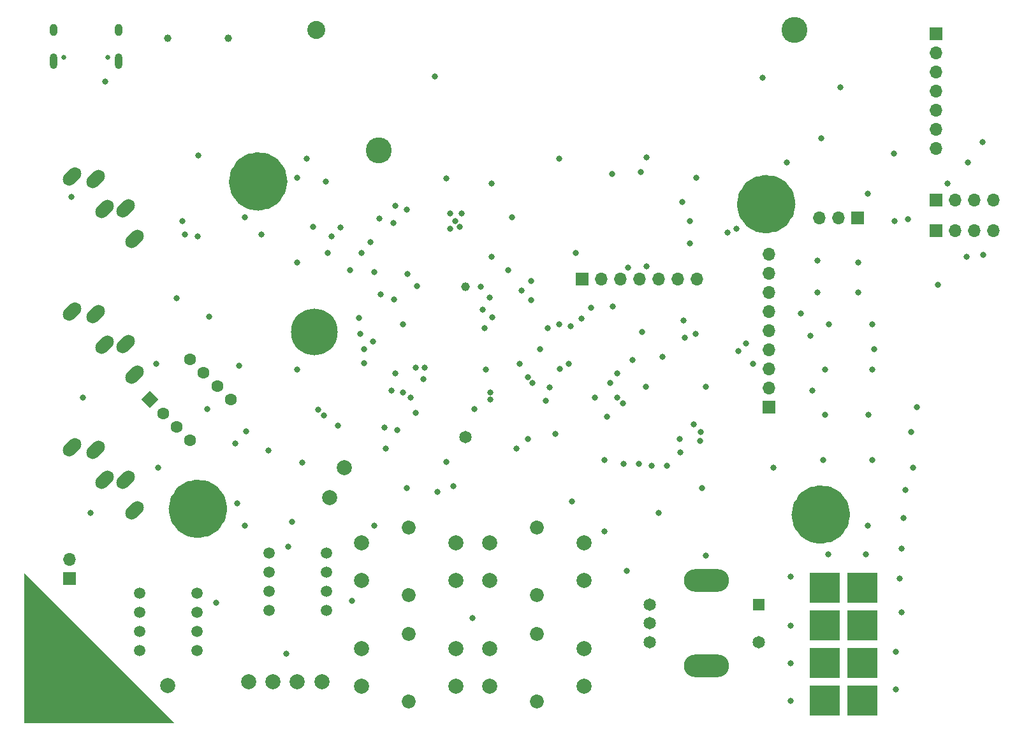
<source format=gbr>
%TF.GenerationSoftware,KiCad,Pcbnew,(6.0.5)*%
%TF.CreationDate,2022-06-20T23:21:56+02:00*%
%TF.ProjectId,clarinoid-devboard,636c6172-696e-46f6-9964-2d646576626f,rev?*%
%TF.SameCoordinates,Original*%
%TF.FileFunction,Soldermask,Bot*%
%TF.FilePolarity,Negative*%
%FSLAX46Y46*%
G04 Gerber Fmt 4.6, Leading zero omitted, Abs format (unit mm)*
G04 Created by KiCad (PCBNEW (6.0.5)) date 2022-06-20 23:21:56*
%MOMM*%
%LPD*%
G01*
G04 APERTURE LIST*
G04 Aperture macros list*
%AMHorizOval*
0 Thick line with rounded ends*
0 $1 width*
0 $2 $3 position (X,Y) of the first rounded end (center of the circle)*
0 $4 $5 position (X,Y) of the second rounded end (center of the circle)*
0 Add line between two ends*
20,1,$1,$2,$3,$4,$5,0*
0 Add two circle primitives to create the rounded ends*
1,1,$1,$2,$3*
1,1,$1,$4,$5*%
%AMRotRect*
0 Rectangle, with rotation*
0 The origin of the aperture is its center*
0 $1 length*
0 $2 width*
0 $3 Rotation angle, in degrees counterclockwise*
0 Add horizontal line*
21,1,$1,$2,0,0,$3*%
G04 Aperture macros list end*
%ADD10C,0.000000*%
%ADD11C,3.883298*%
%ADD12R,1.700000X1.700000*%
%ADD13O,1.700000X1.700000*%
%ADD14C,2.000000*%
%ADD15RotRect,1.600000X1.600000X45.000000*%
%ADD16HorizOval,1.600000X0.000000X0.000000X0.000000X0.000000X0*%
%ADD17C,6.200000*%
%ADD18C,1.850000*%
%ADD19C,3.450000*%
%ADD20C,2.390000*%
%ADD21C,1.500000*%
%ADD22HorizOval,1.700000X0.388909X0.388909X-0.388909X-0.388909X0*%
%ADD23C,0.300000*%
%ADD24HorizOval,4.500000X-1.590990X1.590990X1.590990X-1.590990X0*%
%ADD25C,1.000000*%
%ADD26C,0.650000*%
%ADD27O,1.000000X1.600000*%
%ADD28O,1.000000X2.100000*%
%ADD29C,1.150000*%
%ADD30C,1.650000*%
%ADD31R,1.650000X1.650000*%
%ADD32O,6.000000X3.000000*%
%ADD33C,4.400000*%
%ADD34C,0.800000*%
G04 APERTURE END LIST*
D10*
G36*
X106660804Y-120447034D02*
G01*
X86660804Y-120447034D01*
X86660804Y-100447034D01*
X106660804Y-120447034D01*
G37*
%TO.C,U5*%
G36*
X190910804Y-114447034D02*
G01*
X194910804Y-114447034D01*
X194910804Y-110447034D01*
X190910804Y-110447034D01*
X190910804Y-114447034D01*
G37*
G36*
X195910804Y-109447034D02*
G01*
X199910804Y-109447034D01*
X199910804Y-105447034D01*
X195910804Y-105447034D01*
X195910804Y-109447034D01*
G37*
G36*
X190910804Y-109447034D02*
G01*
X194910804Y-109447034D01*
X194910804Y-105447034D01*
X190910804Y-105447034D01*
X190910804Y-109447034D01*
G37*
G36*
X190910804Y-119447034D02*
G01*
X194910804Y-119447034D01*
X194910804Y-115447034D01*
X190910804Y-115447034D01*
X190910804Y-119447034D01*
G37*
G36*
X195910804Y-104447034D02*
G01*
X199910804Y-104447034D01*
X199910804Y-100447034D01*
X195910804Y-100447034D01*
X195910804Y-104447034D01*
G37*
G36*
X195910804Y-114447034D02*
G01*
X199910804Y-114447034D01*
X199910804Y-110447034D01*
X195910804Y-110447034D01*
X195910804Y-114447034D01*
G37*
G36*
X195910804Y-119447034D02*
G01*
X199910804Y-119447034D01*
X199910804Y-115447034D01*
X195910804Y-115447034D01*
X195910804Y-119447034D01*
G37*
G36*
X190910804Y-104447034D02*
G01*
X194910804Y-104447034D01*
X194910804Y-100447034D01*
X190910804Y-100447034D01*
X190910804Y-104447034D01*
G37*
%TO.C,H2*%
D11*
X194352453Y-92697034D02*
G75*
G03*
X194352453Y-92697034I-1941649J0D01*
G01*
%TO.C,H4*%
X111639961Y-91934542D02*
G75*
G03*
X111639961Y-91934542I-1941649J0D01*
G01*
%TO.C,H5*%
X187102453Y-51447034D02*
G75*
G03*
X187102453Y-51447034I-1941649J0D01*
G01*
%TO.C,H3*%
X119639961Y-48434542D02*
G75*
G03*
X119639961Y-48434542I-1941649J0D01*
G01*
%TD*%
D12*
%TO.C,J14*%
X185566565Y-78397523D03*
D13*
X185566565Y-75857523D03*
X185566565Y-73317523D03*
X185566565Y-70777523D03*
X185566565Y-68237523D03*
X185566565Y-65697523D03*
X185566565Y-63157523D03*
X185566565Y-60617523D03*
X185566565Y-58077523D03*
%TD*%
D12*
%TO.C,J7*%
X92660804Y-101197034D03*
D13*
X92660804Y-98657034D03*
%TD*%
D14*
%TO.C,TP4*%
X122910804Y-114947034D03*
%TD*%
D15*
%TO.C,U8*%
X103286793Y-77447034D03*
D16*
X105082844Y-79243085D03*
X106878895Y-81039136D03*
X108674947Y-82835188D03*
X114063100Y-77447034D03*
X112267049Y-75650983D03*
X110470998Y-73854932D03*
X108674947Y-72058880D03*
%TD*%
D17*
%TO.C,H1*%
X125198312Y-68434542D03*
%TD*%
D14*
%TO.C,SW4*%
X143948312Y-115534542D03*
X131448312Y-115534542D03*
X143948312Y-110534542D03*
X131448312Y-110534542D03*
D18*
X137698312Y-108534542D03*
X137698312Y-117534542D03*
%TD*%
D19*
%TO.C,BT1*%
X133718304Y-44346568D03*
D20*
X125388304Y-28346568D03*
D19*
X188918304Y-28346568D03*
%TD*%
D21*
%TO.C,SW8*%
X126780804Y-105447034D03*
X126780804Y-102907034D03*
X126780804Y-100367034D03*
X126780804Y-97827034D03*
X119160804Y-97827034D03*
X119160804Y-100367034D03*
X119160804Y-102907034D03*
X119160804Y-105447034D03*
%TD*%
D14*
%TO.C,SW3*%
X143948312Y-101434542D03*
X131448312Y-101434542D03*
X143948312Y-96434542D03*
X131448312Y-96434542D03*
D18*
X137698312Y-94434542D03*
X137698312Y-103434542D03*
%TD*%
D22*
%TO.C,J10*%
X92973798Y-65760028D03*
X96120423Y-66078226D03*
X97322505Y-70108735D03*
X100080221Y-70038024D03*
X101317658Y-74103888D03*
%TD*%
D23*
%TO.C,U5*%
X197410804Y-108947034D03*
X193410804Y-100947034D03*
X196410804Y-105947034D03*
X198410804Y-115947034D03*
X191410804Y-117447034D03*
X194410804Y-108947034D03*
X197410804Y-113947034D03*
X197410804Y-115947034D03*
X199410804Y-103947034D03*
X197410804Y-100947034D03*
X194410804Y-102447034D03*
X197410804Y-118947034D03*
X199410804Y-113947034D03*
X193410804Y-110947034D03*
X196410804Y-107447034D03*
X192410804Y-112447034D03*
X191410804Y-118947034D03*
X193410804Y-112447034D03*
X192410804Y-100947034D03*
X191410804Y-115947034D03*
X199410804Y-117447034D03*
X193410804Y-102447034D03*
X196410804Y-113947034D03*
X199410804Y-108947034D03*
X192410804Y-105947034D03*
X193410804Y-107447034D03*
X192410804Y-118947034D03*
X198410804Y-105947034D03*
X196410804Y-117447034D03*
X192410804Y-113947034D03*
X191410804Y-102447034D03*
X194410804Y-100947034D03*
X192410804Y-102447034D03*
X197410804Y-103947034D03*
X198410804Y-107447034D03*
X191410804Y-113947034D03*
X193410804Y-117447034D03*
X192410804Y-117447034D03*
X191410804Y-112447034D03*
X197410804Y-105947034D03*
X199410804Y-100947034D03*
X191410804Y-107447034D03*
X198410804Y-112447034D03*
X193410804Y-115947034D03*
X192410804Y-108947034D03*
X191410804Y-110947034D03*
X193410804Y-113947034D03*
X194410804Y-115947034D03*
X196410804Y-103947034D03*
X198410804Y-117447034D03*
X198410804Y-118947034D03*
X197410804Y-112447034D03*
X194410804Y-112447034D03*
X194410804Y-118947034D03*
X196410804Y-118947034D03*
X197410804Y-110947034D03*
X192410804Y-107447034D03*
X194410804Y-103947034D03*
X196410804Y-115947034D03*
X196410804Y-100947034D03*
X198410804Y-100947034D03*
X196410804Y-112447034D03*
X194410804Y-110947034D03*
X199410804Y-118947034D03*
X194410804Y-113947034D03*
X197410804Y-107447034D03*
X193410804Y-105947034D03*
X199410804Y-102447034D03*
X193410804Y-108947034D03*
X191410804Y-100947034D03*
X197410804Y-117447034D03*
X193410804Y-103947034D03*
X199410804Y-112447034D03*
X198410804Y-108947034D03*
X199410804Y-115947034D03*
X191410804Y-105947034D03*
X198410804Y-113947034D03*
X194410804Y-117447034D03*
X196410804Y-110947034D03*
X199410804Y-105947034D03*
X191410804Y-103947034D03*
X192410804Y-115947034D03*
X192410804Y-103947034D03*
X196410804Y-102447034D03*
X191410804Y-108947034D03*
X197410804Y-102447034D03*
X199410804Y-110947034D03*
X194410804Y-105947034D03*
X198410804Y-110947034D03*
X192410804Y-110947034D03*
X193410804Y-118947034D03*
X194410804Y-107447034D03*
X199410804Y-107447034D03*
X198410804Y-103947034D03*
X196410804Y-108947034D03*
X198410804Y-102447034D03*
%TD*%
D12*
%TO.C,J5*%
X207698312Y-50934542D03*
D13*
X210238312Y-50934542D03*
X212778312Y-50934542D03*
X215318312Y-50934542D03*
%TD*%
D14*
%TO.C,SW2*%
X160948312Y-101434542D03*
X148448312Y-101434542D03*
X160948312Y-96434542D03*
X148448312Y-96434542D03*
D18*
X154698312Y-94434542D03*
X154698312Y-103434542D03*
%TD*%
D14*
%TO.C,TP2*%
X119660804Y-114947034D03*
%TD*%
D24*
%TO.C,TP7*%
X94160804Y-112947034D03*
%TD*%
D14*
%TO.C,TP1*%
X116410804Y-114947034D03*
%TD*%
D25*
%TO.C,J3*%
X105725000Y-29437500D03*
X113725000Y-29437500D03*
%TD*%
D12*
%TO.C,J4*%
X207723312Y-28834542D03*
D13*
X207723312Y-31374542D03*
X207723312Y-33914542D03*
X207723312Y-36454542D03*
X207723312Y-38994542D03*
X207723312Y-41534542D03*
X207723312Y-44074542D03*
%TD*%
D22*
%TO.C,J1*%
X92973798Y-83760028D03*
X96120423Y-84078226D03*
X97322505Y-88108735D03*
X100080221Y-88038024D03*
X101317658Y-92103888D03*
%TD*%
D14*
%TO.C,TP3*%
X126160804Y-114947034D03*
%TD*%
%TO.C,TP8*%
X129160804Y-86447034D03*
%TD*%
D21*
%TO.C,SW9*%
X102005804Y-103165034D03*
X102005804Y-105705034D03*
X102005804Y-108245034D03*
X102005804Y-110785034D03*
X109625804Y-110785034D03*
X109625804Y-108245034D03*
X109625804Y-105705034D03*
X109625804Y-103165034D03*
%TD*%
D14*
%TO.C,TP5*%
X105660804Y-115447034D03*
%TD*%
D12*
%TO.C,J12*%
X160760804Y-61447034D03*
D13*
X163300804Y-61447034D03*
X165840804Y-61447034D03*
X168380804Y-61447034D03*
X170920804Y-61447034D03*
X173460804Y-61447034D03*
X176000804Y-61447034D03*
%TD*%
D26*
%TO.C,J2*%
X97708304Y-31951568D03*
X91928304Y-31951568D03*
D27*
X99138304Y-28271568D03*
D28*
X99138304Y-32451568D03*
X90498304Y-32451568D03*
D27*
X90498304Y-28271568D03*
%TD*%
D14*
%TO.C,SW5*%
X160948312Y-115534542D03*
X148448312Y-115534542D03*
X160948312Y-110534542D03*
X148448312Y-110534542D03*
D18*
X154698312Y-108534542D03*
X154698312Y-117534542D03*
%TD*%
D12*
%TO.C,J6*%
X207698312Y-54934542D03*
D13*
X210238312Y-54934542D03*
X212778312Y-54934542D03*
X215318312Y-54934542D03*
%TD*%
D29*
%TO.C,U3*%
X145198312Y-62434542D03*
D30*
X145198312Y-82434542D03*
%TD*%
D22*
%TO.C,J11*%
X92973798Y-47760028D03*
X96120423Y-48078226D03*
X97322505Y-52108735D03*
X100080221Y-52038024D03*
X101317658Y-56103888D03*
%TD*%
D14*
%TO.C,TP6*%
X127160804Y-90447034D03*
%TD*%
D31*
%TO.C,SW7*%
X184198312Y-104634542D03*
D30*
X184198312Y-109634542D03*
X169698312Y-104634542D03*
X169698312Y-109634542D03*
X169698312Y-107134542D03*
D32*
X177198312Y-101434542D03*
X177198312Y-112834542D03*
%TD*%
D12*
%TO.C,U9*%
X197273312Y-53259542D03*
D13*
X194733312Y-53259542D03*
X192193312Y-53259542D03*
%TD*%
D33*
%TO.C,H2*%
X192410804Y-92697034D03*
%TD*%
%TO.C,H4*%
X109698312Y-91934542D03*
%TD*%
%TO.C,H5*%
X185160804Y-51447034D03*
%TD*%
%TO.C,H3*%
X117698312Y-48434542D03*
%TD*%
D34*
X114669658Y-83232761D03*
X116083872Y-81677126D03*
X192760804Y-85447034D03*
X188410804Y-107447034D03*
X203410804Y-93197034D03*
X147260804Y-62447034D03*
X136910804Y-67447034D03*
X175910804Y-47947034D03*
X141160804Y-34447034D03*
X163660804Y-85447034D03*
X135650799Y-53972866D03*
X135948312Y-51684542D03*
X126660804Y-48447034D03*
X152448312Y-72684542D03*
X107660804Y-53697034D03*
X204410804Y-81697034D03*
X148660804Y-58447034D03*
X182493312Y-69949542D03*
X171993312Y-86199542D03*
X151993312Y-83949542D03*
X203160804Y-97197034D03*
X199260804Y-67447034D03*
X198621733Y-50051754D03*
X194993312Y-35949542D03*
X177160804Y-98197034D03*
X192493312Y-42699542D03*
X191981304Y-63197034D03*
X119065487Y-84203873D03*
X115910804Y-53197034D03*
X157160804Y-81947034D03*
X191260804Y-76197034D03*
X133760804Y-53347034D03*
X162410804Y-77197034D03*
X198660804Y-94197034D03*
X166243312Y-85949542D03*
X207993312Y-62199542D03*
X133160804Y-94197034D03*
X188410804Y-117447034D03*
X128655426Y-54552412D03*
X159910804Y-57947034D03*
X137410804Y-89197034D03*
X104160804Y-72697034D03*
X199510804Y-70697034D03*
X137510804Y-60697034D03*
X193410804Y-97947034D03*
X199260804Y-85447034D03*
X143198312Y-54684542D03*
X193010804Y-79447034D03*
X202160804Y-44697034D03*
X94410804Y-77197034D03*
X184660804Y-34697034D03*
X122910804Y-73447034D03*
X205160804Y-78447034D03*
X133160804Y-60447034D03*
X204660804Y-86447034D03*
X171410804Y-71697034D03*
X122910804Y-47947034D03*
X202910804Y-101197034D03*
X92910804Y-50447034D03*
X193510804Y-67447034D03*
X110910804Y-78697034D03*
X115910804Y-94197034D03*
X95410804Y-92447034D03*
X188410804Y-100947034D03*
X203160804Y-105697034D03*
X112160804Y-104447034D03*
X197410804Y-63197034D03*
X197410804Y-59197034D03*
X132591182Y-56516656D03*
X177160804Y-75697034D03*
X147910804Y-73447034D03*
X161910804Y-65197034D03*
X121410804Y-111197034D03*
X188410804Y-112447034D03*
X104410804Y-86447034D03*
X106910804Y-63947034D03*
X144698312Y-52684542D03*
X203660804Y-89447034D03*
X199260804Y-73447034D03*
X121660804Y-96947034D03*
X109660804Y-55697034D03*
X187910804Y-45947034D03*
X168243312Y-85949542D03*
X146410804Y-78697034D03*
X202410804Y-110947034D03*
X198760804Y-79447034D03*
X124160804Y-45447034D03*
X159410804Y-90947034D03*
X125660303Y-78740428D03*
X146160804Y-106447034D03*
X198410804Y-97947034D03*
X213910804Y-43197034D03*
X166660804Y-100197034D03*
X111160804Y-66447034D03*
X193010804Y-73447034D03*
X191010804Y-68947034D03*
X130160804Y-104197034D03*
X118160804Y-55447034D03*
X169160804Y-75697034D03*
X202410804Y-115947034D03*
X114910804Y-91197034D03*
X183410804Y-72697034D03*
X142660804Y-48046534D03*
X144448312Y-54434542D03*
X143198312Y-52684542D03*
X169993312Y-86199542D03*
X186160804Y-86447034D03*
X191981304Y-58947034D03*
X176660804Y-89197034D03*
X153910804Y-61697034D03*
X137443717Y-52179947D03*
X151410804Y-53197034D03*
X143860804Y-53697034D03*
X128328586Y-80880471D03*
X123547739Y-85829527D03*
X126455444Y-79536277D03*
X174160804Y-66947034D03*
X189743312Y-65949542D03*
X153493312Y-82699542D03*
X175543812Y-80699542D03*
X163993312Y-79699542D03*
X176493312Y-81699542D03*
X153524547Y-74426202D03*
X211743312Y-58449542D03*
X213993312Y-58199542D03*
X154160804Y-75197034D03*
X138825471Y-62303212D03*
X174993312Y-56699542D03*
X133993312Y-63449542D03*
X203993312Y-53449542D03*
X173993312Y-51199542D03*
X202243312Y-53699542D03*
X135739766Y-64100531D03*
X175774144Y-68686793D03*
X174343707Y-69232717D03*
X150942635Y-60250042D03*
X179993312Y-55199542D03*
X148425456Y-63884042D03*
X131065048Y-66542789D03*
X152660804Y-62947034D03*
X131743312Y-70699542D03*
X132993312Y-69699542D03*
X148743312Y-66449542D03*
X148660804Y-48747034D03*
X97410804Y-35197034D03*
X129910804Y-60197034D03*
X153910804Y-64197034D03*
X122910804Y-59197034D03*
X127410804Y-55697034D03*
X126910804Y-57947034D03*
X164660804Y-47447034D03*
X157660804Y-45447034D03*
X131760804Y-72547034D03*
X147743312Y-67949542D03*
X135910804Y-73947034D03*
X138660804Y-79197034D03*
X136910804Y-76447034D03*
X134660804Y-83947034D03*
X136160802Y-81447034D03*
X137910804Y-77197034D03*
X135410804Y-76197034D03*
X134453042Y-81165552D03*
X166861383Y-59852715D03*
X168543812Y-47199542D03*
X164791182Y-65077412D03*
X168660804Y-68447034D03*
X169243312Y-59699542D03*
X156410804Y-75786062D03*
X155910804Y-77584573D03*
X169243312Y-45199542D03*
X158910804Y-72697034D03*
X148493312Y-77449542D03*
X148493312Y-76449542D03*
X157743932Y-73374663D03*
X176410804Y-82947034D03*
X167410804Y-72197034D03*
X173660804Y-82697034D03*
X156160804Y-67949542D03*
X139850602Y-73197034D03*
X143660804Y-88947034D03*
X141493312Y-89697034D03*
X139660804Y-74697034D03*
X138660804Y-73197034D03*
X142660804Y-85697034D03*
X159160804Y-67697034D03*
X165410804Y-73947034D03*
X155160804Y-70697034D03*
X164410804Y-75197034D03*
X160660804Y-66697034D03*
X166166182Y-77941656D03*
X157660804Y-67447034D03*
X165410804Y-77197034D03*
X131243312Y-68699542D03*
X147493312Y-65449542D03*
X107993312Y-55449542D03*
X170910804Y-92447034D03*
X181243312Y-54699542D03*
X109750000Y-45000000D03*
X115160804Y-72947034D03*
X124993312Y-54449542D03*
X209243312Y-48699542D03*
X211910804Y-45947034D03*
X163660804Y-94947034D03*
X181493312Y-70949542D03*
X173743312Y-84449542D03*
X174993312Y-53699542D03*
X122160804Y-93697034D03*
X131410804Y-57947034D03*
M02*

</source>
